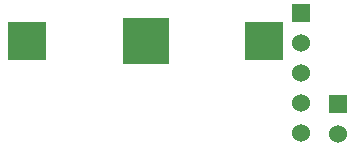
<source format=gbs>
G04 (created by PCBNEW (2013-07-07 BZR 4022)-stable) date 2/20/2015 11:24:40 AM*
%MOIN*%
G04 Gerber Fmt 3.4, Leading zero omitted, Abs format*
%FSLAX34Y34*%
G01*
G70*
G90*
G04 APERTURE LIST*
%ADD10C,0.00590551*%
%ADD11R,0.155906X0.155906*%
%ADD12R,0.125197X0.125197*%
%ADD13R,0.06X0.06*%
%ADD14C,0.06*%
G04 APERTURE END LIST*
G54D10*
G54D11*
X110940Y-51673D03*
G54D12*
X106996Y-51673D03*
X114885Y-51673D03*
G54D13*
X116118Y-50740D03*
G54D14*
X116118Y-51740D03*
X116118Y-52740D03*
X116118Y-53740D03*
X116118Y-54740D03*
G54D13*
X117346Y-53771D03*
G54D14*
X117346Y-54771D03*
M02*

</source>
